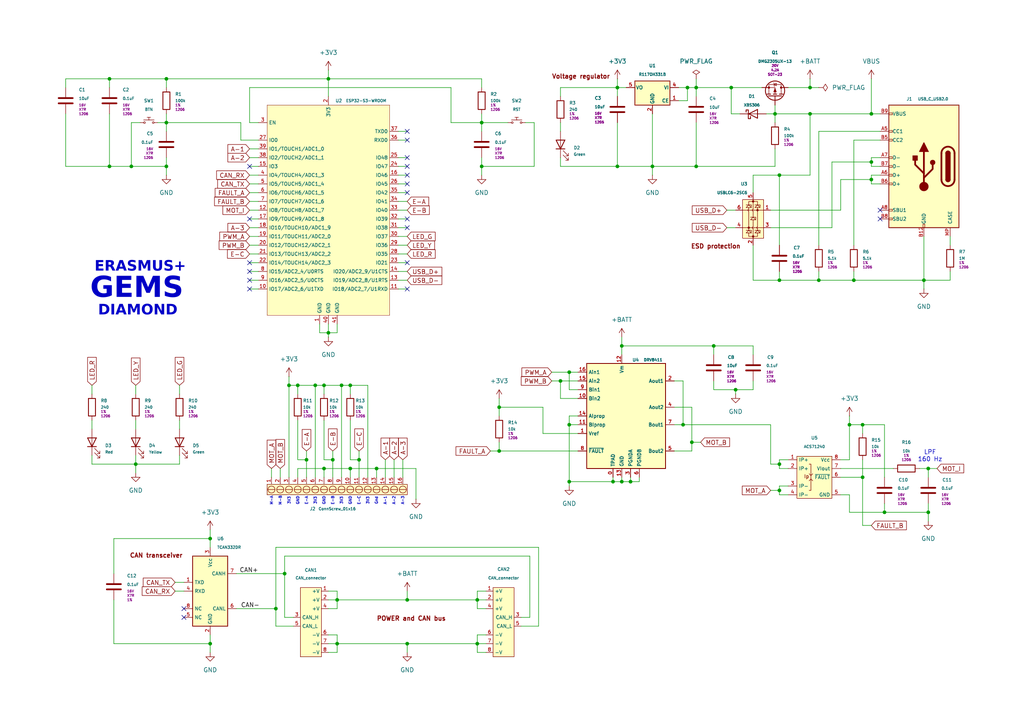
<source format=kicad_sch>
(kicad_sch (version 20231120) (generator "eeschema") (generator_version "8.0")
  (paper "A4")
  (title_block (title "DIAMOND") (date "2024-03-07") (rev "v0.2") (company "GEMS - Graceful Equalising of Mechatronics Students") (comment 2 "Contact: gasper.skulj@fs.uni-lj.si") (comment 3 "2022-1-SI01-KA220-HED-000087727") (comment 4 "Erasmus+ project KA2: Cooperation partnerships in higher education"))
  (junction (at 198.12 123.19))
  (junction (at 31.75 22.86))
  (junction (at 118.11 173.99))
  (junction (at 179.07 48.26))
  (junction (at 234.95 25.4))
  (junction (at 180.34 100.33))
  (junction (at 269.24 148.59))
  (junction (at 201.93 25.4))
  (junction (at 38.1 48.26))
  (junction (at 177.8 139.7))
  (junction (at 179.07 25.4))
  (junction (at 80.01 176.53))
  (junction (at 97.79 173.99))
  (junction (at 201.93 48.26))
  (junction (at 207.01 100.33))
  (junction (at 250.19 123.19))
  (junction (at 200.66 128.27))
  (junction (at 165.1 123.19))
  (junction (at 252.73 46.99))
  (junction (at 252.73 52.07))
  (junction (at 101.6 135.89))
  (junction (at 101.6 111.76))
  (junction (at 138.43 186.69))
  (junction (at 213.36 113.03))
  (junction (at 104.14 133.35))
  (junction (at 252.73 33.02))
  (junction (at 162.56 110.49))
  (junction (at 234.95 33.02))
  (junction (at 86.36 111.76))
  (junction (at 96.52 133.35))
  (junction (at 48.26 35.56))
  (junction (at 267.97 81.28))
  (junction (at 182.88 139.7))
  (junction (at 247.65 81.28))
  (junction (at 118.11 186.69))
  (junction (at 165.1 107.95))
  (junction (at 139.7 35.56))
  (junction (at 144.78 130.81))
  (junction (at 256.54 148.59))
  (junction (at 93.98 111.76))
  (junction (at 31.75 48.26))
  (junction (at 212.09 25.4))
  (junction (at 199.39 25.4))
  (junction (at 226.06 81.28))
  (junction (at 189.23 48.26))
  (junction (at 226.06 134.62))
  (junction (at 246.38 123.19))
  (junction (at 269.24 135.89))
  (junction (at 83.82 111.76))
  (junction (at 224.79 33.02))
  (junction (at 139.7 48.26))
  (junction (at 144.78 118.11))
  (junction (at 138.43 173.99))
  (junction (at 91.44 111.76))
  (junction (at 60.96 186.69))
  (junction (at 180.34 139.7))
  (junction (at 226.06 50.8))
  (junction (at 165.1 139.7))
  (junction (at 95.25 22.86))
  (junction (at 88.9 133.35))
  (junction (at 237.49 81.28))
  (junction (at 109.22 135.89))
  (junction (at 97.79 186.69))
  (junction (at 250.19 138.43))
  (junction (at 93.98 135.89))
  (junction (at 99.06 111.76))
  (junction (at 226.06 142.24))
  (junction (at 82.55 166.37))
  (junction (at 95.25 96.52))
  (junction (at 60.96 156.21))
  (junction (at 48.26 48.26))
  (junction (at 39.37 134.62))
  (junction (at 48.26 22.86))
  (no_connect (at 118.11 48.26))
  (no_connect (at 255.27 60.96))
  (no_connect (at 118.11 66.04))
  (no_connect (at 255.27 63.5))
  (no_connect (at 118.11 38.1))
  (no_connect (at 72.39 78.74))
  (no_connect (at 72.39 63.5))
  (no_connect (at 72.39 81.28))
  (no_connect (at 118.11 76.2))
  (no_connect (at 118.11 45.72))
  (no_connect (at 72.39 76.2))
  (no_connect (at 118.11 55.88))
  (no_connect (at 72.39 48.26))
  (no_connect (at 118.11 50.8))
  (no_connect (at 118.11 53.34))
  (no_connect (at 53.34 179.07))
  (no_connect (at 118.11 63.5))
  (no_connect (at 118.11 40.64))
  (no_connect (at 118.11 83.82))
  (no_connect (at 53.34 176.53))
  (no_connect (at 72.39 83.82))
  (wire (pts (xy 252.73 33.02) (xy 255.27 33.02)))
  (wire (pts (xy 101.6 111.76) (xy 101.6 114.3)))
  (wire (pts (xy 68.58 166.37) (xy 82.55 166.37)))
  (wire (pts (xy 167.64 130.81) (xy 144.78 130.81)))
  (wire (pts (xy 74.93 78.74) (xy 72.39 78.74)))
  (wire (pts (xy 181.61 25.4) (xy 179.07 25.4)))
  (wire (pts (xy 80.01 158.75) (xy 80.01 176.53)))
  (wire (pts (xy 179.07 35.56) (xy 179.07 48.26)))
  (wire (pts (xy 199.39 25.4) (xy 196.85 25.4)))
  (wire (pts (xy 95.25 186.69) (xy 97.79 186.69)))
  (wire (pts (xy 48.26 35.56) (xy 48.26 33.02)))
  (wire (pts (xy 214.63 33.02) (xy 212.09 33.02)))
  (wire (pts (xy 267.97 68.58) (xy 267.97 81.28)))
  (wire (pts (xy 130.81 25.4) (xy 130.81 35.56)))
  (wire (pts (xy 256.54 146.05) (xy 256.54 148.59)))
  (wire (pts (xy 72.39 53.34) (xy 74.93 53.34)))
  (wire (pts (xy 52.07 121.92) (xy 52.07 124.46)))
  (wire (pts (xy 74.93 83.82) (xy 72.39 83.82)))
  (wire (pts (xy 269.24 135.89) (xy 269.24 138.43)))
  (wire (pts (xy 156.21 181.61) (xy 156.21 158.75)))
  (wire (pts (xy 144.78 118.11) (xy 144.78 120.65)))
  (wire (pts (xy 212.09 25.4) (xy 220.98 25.4)))
  (wire (pts (xy 97.79 173.99) (xy 118.11 173.99)))
  (wire (pts (xy 151.13 179.07) (xy 153.67 179.07)))
  (wire (pts (xy 162.56 35.56) (xy 162.56 38.1)))
  (wire (pts (xy 226.06 81.28) (xy 218.44 81.28)))
  (wire (pts (xy 252.73 52.07) (xy 252.73 53.34)))
  (wire (pts (xy 115.57 66.04) (xy 118.11 66.04)))
  (wire (pts (xy 101.6 121.92) (xy 101.6 133.35)))
  (wire (pts (xy 115.57 53.34) (xy 118.11 53.34)))
  (wire (pts (xy 86.36 111.76) (xy 91.44 111.76)))
  (wire (pts (xy 212.09 25.4) (xy 212.09 33.02)))
  (wire (pts (xy 72.39 68.58) (xy 74.93 68.58)))
  (wire (pts (xy 109.22 135.89) (xy 120.65 135.89)))
  (wire (pts (xy 72.39 45.72) (xy 74.93 45.72)))
  (wire (pts (xy 243.84 52.07) (xy 252.73 52.07)))
  (wire (pts (xy 250.19 138.43) (xy 250.19 133.35)))
  (wire (pts (xy 243.84 60.96) (xy 223.52 60.96)))
  (wire (pts (xy 246.38 133.35) (xy 246.38 123.19)))
  (wire (pts (xy 111.76 133.35) (xy 111.76 138.43)))
  (wire (pts (xy 224.79 48.26) (xy 201.93 48.26)))
  (wire (pts (xy 269.24 146.05) (xy 269.24 148.59)))
  (wire (pts (xy 162.56 110.49) (xy 167.64 110.49)))
  (wire (pts (xy 226.06 140.97) (xy 226.06 142.24)))
  (wire (pts (xy 93.98 121.92) (xy 93.98 133.35)))
  (wire (pts (xy 207.01 110.49) (xy 207.01 113.03)))
  (wire (pts (xy 93.98 135.89) (xy 93.98 138.43)))
  (wire (pts (xy 93.98 135.89) (xy 101.6 135.89)))
  (wire (pts (xy 218.44 113.03) (xy 218.44 110.49)))
  (wire (pts (xy 243.84 138.43) (xy 250.19 138.43)))
  (wire (pts (xy 138.43 189.23) (xy 140.97 189.23)))
  (wire (pts (xy 139.7 35.56) (xy 147.32 35.56)))
  (wire (pts (xy 243.84 135.89) (xy 259.08 135.89)))
  (wire (pts (xy 19.05 33.02) (xy 19.05 48.26)))
  (wire (pts (xy 165.1 120.65) (xy 165.1 123.19)))
  (wire (pts (xy 19.05 22.86) (xy 31.75 22.86)))
  (wire (pts (xy 31.75 33.02) (xy 31.75 48.26)))
  (wire (pts (xy 88.9 133.35) (xy 88.9 138.43)))
  (wire (pts (xy 180.34 100.33) (xy 207.01 100.33)))
  (wire (pts (xy 93.98 133.35) (xy 96.52 133.35)))
  (wire (pts (xy 269.24 135.89) (xy 271.78 135.89)))
  (wire (pts (xy 269.24 148.59) (xy 269.24 151.13)))
  (wire (pts (xy 218.44 100.33) (xy 218.44 102.87)))
  (wire (pts (xy 99.06 111.76) (xy 101.6 111.76)))
  (wire (pts (xy 115.57 81.28) (xy 118.11 81.28)))
  (wire (pts (xy 222.25 33.02) (xy 224.79 33.02)))
  (wire (pts (xy 95.25 171.45) (xy 97.79 171.45)))
  (wire (pts (xy 200.66 118.11) (xy 200.66 128.27)))
  (wire (pts (xy 139.7 22.86) (xy 139.7 25.4)))
  (wire (pts (xy 218.44 50.8) (xy 218.44 55.88)))
  (wire (pts (xy 101.6 135.89) (xy 101.6 138.43)))
  (wire (pts (xy 95.25 22.86) (xy 139.7 22.86)))
  (wire (pts (xy 115.57 83.82) (xy 118.11 83.82)))
  (wire (pts (xy 162.56 115.57) (xy 162.56 110.49)))
  (wire (pts (xy 74.93 60.96) (xy 72.39 60.96)))
  (wire (pts (xy 195.58 118.11) (xy 200.66 118.11)))
  (wire (pts (xy 140.97 184.15) (xy 138.43 184.15)))
  (wire (pts (xy 118.11 71.12) (xy 115.57 71.12)))
  (wire (pts (xy 224.79 33.02) (xy 224.79 35.56)))
  (wire (pts (xy 82.55 161.29) (xy 153.67 161.29)))
  (wire (pts (xy 72.39 63.5) (xy 74.93 63.5)))
  (wire (pts (xy 180.34 97.79) (xy 180.34 100.33)))
  (wire (pts (xy 252.73 53.34) (xy 255.27 53.34)))
  (wire (pts (xy 92.71 96.52) (xy 95.25 96.52)))
  (wire (pts (xy 104.14 133.35) (xy 104.14 138.43)))
  (wire (pts (xy 256.54 148.59) (xy 269.24 148.59)))
  (wire (pts (xy 165.1 123.19) (xy 167.64 123.19)))
  (wire (pts (xy 60.96 186.69) (xy 60.96 189.23)))
  (wire (pts (xy 142.24 130.81) (xy 144.78 130.81)))
  (wire (pts (xy 118.11 189.23) (xy 118.11 186.69)))
  (wire (pts (xy 201.93 25.4) (xy 199.39 25.4)))
  (wire (pts (xy 97.79 173.99) (xy 95.25 173.99)))
  (wire (pts (xy 74.93 55.88) (xy 72.39 55.88)))
  (wire (pts (xy 237.49 38.1) (xy 237.49 71.12)))
  (wire (pts (xy 252.73 50.8) (xy 252.73 52.07)))
  (wire (pts (xy 82.55 161.29) (xy 82.55 166.37)))
  (wire (pts (xy 38.1 35.56) (xy 38.1 48.26)))
  (wire (pts (xy 74.93 35.56) (xy 72.39 35.56)))
  (wire (pts (xy 246.38 143.51) (xy 243.84 143.51)))
  (wire (pts (xy 99.06 111.76) (xy 99.06 138.43)))
  (wire (pts (xy 167.64 113.03) (xy 165.1 113.03)))
  (wire (pts (xy 97.79 96.52) (xy 97.79 93.98)))
  (wire (pts (xy 228.6 133.35) (xy 226.06 133.35)))
  (wire (pts (xy 246.38 148.59) (xy 256.54 148.59)))
  (wire (pts (xy 82.55 166.37) (xy 82.55 179.07)))
  (wire (pts (xy 160.02 110.49) (xy 162.56 110.49)))
  (wire (pts (xy 165.1 139.7) (xy 165.1 140.97)))
  (wire (pts (xy 50.8 171.45) (xy 53.34 171.45)))
  (wire (pts (xy 118.11 171.45) (xy 118.11 173.99)))
  (wire (pts (xy 165.1 123.19) (xy 165.1 139.7)))
  (wire (pts (xy 207.01 100.33) (xy 207.01 102.87)))
  (wire (pts (xy 86.36 111.76) (xy 86.36 114.3)))
  (wire (pts (xy 246.38 120.65) (xy 246.38 123.19)))
  (wire (pts (xy 72.39 25.4) (xy 130.81 25.4)))
  (wire (pts (xy 213.36 113.03) (xy 213.36 114.3)))
  (wire (pts (xy 80.01 176.53) (xy 80.01 181.61)))
  (wire (pts (xy 91.44 111.76) (xy 93.98 111.76)))
  (wire (pts (xy 115.57 78.74) (xy 118.11 78.74)))
  (wire (pts (xy 118.11 186.69) (xy 138.43 186.69)))
  (wire (pts (xy 33.02 173.99) (xy 33.02 186.69)))
  (wire (pts (xy 144.78 130.81) (xy 144.78 128.27)))
  (wire (pts (xy 118.11 73.66) (xy 115.57 73.66)))
  (wire (pts (xy 226.06 134.62) (xy 226.06 135.89)))
  (wire (pts (xy 101.6 133.35) (xy 104.14 133.35)))
  (wire (pts (xy 82.55 179.07) (xy 85.09 179.07)))
  (wire (pts (xy 60.96 184.15) (xy 60.96 186.69)))
  (wire (pts (xy 246.38 148.59) (xy 246.38 143.51)))
  (wire (pts (xy 234.95 25.4) (xy 237.49 25.4)))
  (wire (pts (xy 104.14 133.35) (xy 104.14 130.81)))
  (wire (pts (xy 162.56 48.26) (xy 179.07 48.26)))
  (wire (pts (xy 182.88 139.7) (xy 185.42 139.7)))
  (wire (pts (xy 130.81 35.56) (xy 139.7 35.56)))
  (wire (pts (xy 78.74 135.89) (xy 78.74 138.43)))
  (wire (pts (xy 31.75 25.4) (xy 31.75 22.86)))
  (wire (pts (xy 74.93 58.42) (xy 72.39 58.42)))
  (wire (pts (xy 96.52 133.35) (xy 96.52 130.81)))
  (wire (pts (xy 115.57 40.64) (xy 118.11 40.64)))
  (wire (pts (xy 74.93 76.2) (xy 72.39 76.2)))
  (wire (pts (xy 115.57 55.88) (xy 118.11 55.88)))
  (wire (pts (xy 33.02 156.21) (xy 33.02 166.37)))
  (wire (pts (xy 118.11 68.58) (xy 115.57 68.58)))
  (wire (pts (xy 19.05 25.4) (xy 19.05 22.86)))
  (wire (pts (xy 115.57 63.5) (xy 118.11 63.5)))
  (wire (pts (xy 26.67 121.92) (xy 26.67 124.46)))
  (wire (pts (xy 224.79 30.48) (xy 224.79 33.02)))
  (wire (pts (xy 39.37 111.76) (xy 39.37 114.3)))
  (wire (pts (xy 139.7 45.72) (xy 139.7 48.26)))
  (wire (pts (xy 97.79 186.69) (xy 118.11 186.69)))
  (wire (pts (xy 234.95 33.02) (xy 252.73 33.02)))
  (wire (pts (xy 95.25 176.53) (xy 97.79 176.53)))
  (wire (pts (xy 48.26 22.86) (xy 95.25 22.86)))
  (wire (pts (xy 165.1 120.65) (xy 167.64 120.65)))
  (wire (pts (xy 95.25 20.32) (xy 95.25 22.86)))
  (wire (pts (xy 226.06 143.51) (xy 228.6 143.51)))
  (wire (pts (xy 247.65 81.28) (xy 267.97 81.28)))
  (wire (pts (xy 115.57 76.2) (xy 118.11 76.2)))
  (wire (pts (xy 207.01 100.33) (xy 218.44 100.33)))
  (wire (pts (xy 48.26 45.72) (xy 48.26 48.26)))
  (wire (pts (xy 101.6 135.89) (xy 109.22 135.89)))
  (wire (pts (xy 48.26 35.56) (xy 48.26 38.1)))
  (wire (pts (xy 39.37 134.62) (xy 52.07 134.62)))
  (wire (pts (xy 39.37 134.62) (xy 39.37 137.16)))
  (wire (pts (xy 180.34 100.33) (xy 180.34 102.87)))
  (wire (pts (xy 139.7 35.56) (xy 139.7 38.1)))
  (wire (pts (xy 250.19 152.4) (xy 252.73 152.4)))
  (wire (pts (xy 237.49 78.74) (xy 237.49 81.28)))
  (wire (pts (xy 97.79 176.53) (xy 97.79 173.99)))
  (wire (pts (xy 138.43 171.45) (xy 138.43 173.99)))
  (wire (pts (xy 250.19 123.19) (xy 250.19 125.73)))
  (wire (pts (xy 39.37 121.92) (xy 39.37 124.46)))
  (wire (pts (xy 93.98 111.76) (xy 99.06 111.76)))
  (wire (pts (xy 60.96 156.21) (xy 60.96 158.75)))
  (wire (pts (xy 60.96 153.67) (xy 60.96 156.21)))
  (wire (pts (xy 26.67 111.76) (xy 26.67 114.3)))
  (wire (pts (xy 101.6 111.76) (xy 106.68 111.76)))
  (wire (pts (xy 226.06 50.8) (xy 226.06 71.12)))
  (wire (pts (xy 96.52 133.35) (xy 96.52 138.43)))
  (wire (pts (xy 201.93 22.86) (xy 201.93 25.4)))
  (wire (pts (xy 140.97 173.99) (xy 138.43 173.99)))
  (wire (pts (xy 88.9 133.35) (xy 88.9 130.81)))
  (wire (pts (xy 116.84 133.35) (xy 116.84 138.43)))
  (wire (pts (xy 189.23 48.26) (xy 201.93 48.26)))
  (wire (pts (xy 33.02 156.21) (xy 60.96 156.21)))
  (wire (pts (xy 83.82 109.22) (xy 83.82 111.76)))
  (wire (pts (xy 189.23 48.26) (xy 179.07 48.26)))
  (wire (pts (xy 74.93 48.26) (xy 72.39 48.26)))
  (wire (pts (xy 86.36 121.92) (xy 86.36 133.35)))
  (wire (pts (xy 201.93 25.4) (xy 212.09 25.4)))
  (wire (pts (xy 72.39 71.12) (xy 74.93 71.12)))
  (wire (pts (xy 201.93 35.56) (xy 201.93 48.26)))
  (wire (pts (xy 228.6 25.4) (xy 234.95 25.4)))
  (wire (pts (xy 91.44 111.76) (xy 91.44 138.43)))
  (wire (pts (xy 139.7 48.26) (xy 139.7 50.8)))
  (wire (pts (xy 226.06 78.74) (xy 226.06 81.28)))
  (wire (pts (xy 252.73 45.72) (xy 255.27 45.72)))
  (wire (pts (xy 140.97 171.45) (xy 138.43 171.45)))
  (wire (pts (xy 138.43 176.53) (xy 140.97 176.53)))
  (wire (pts (xy 246.38 123.19) (xy 250.19 123.19)))
  (wire (pts (xy 267.97 81.28) (xy 275.59 81.28)))
  (wire (pts (xy 177.8 138.43) (xy 177.8 139.7)))
  (wire (pts (xy 195.58 123.19) (xy 198.12 123.19)))
  (wire (pts (xy 95.25 22.86) (xy 95.25 27.94)))
  (wire (pts (xy 223.52 123.19) (xy 223.52 134.62)))
  (wire (pts (xy 157.48 125.73) (xy 167.64 125.73)))
  (wire (pts (xy 52.07 132.08) (xy 52.07 134.62)))
  (wire (pts (xy 252.73 22.86) (xy 252.73 33.02)))
  (wire (pts (xy 72.39 43.18) (xy 74.93 43.18)))
  (wire (pts (xy 255.27 48.26) (xy 252.73 48.26)))
  (wire (pts (xy 223.52 134.62) (xy 226.06 134.62)))
  (wire (pts (xy 118.11 60.96) (xy 115.57 60.96)))
  (wire (pts (xy 81.28 135.89) (xy 81.28 138.43)))
  (wire (pts (xy 109.22 135.89) (xy 109.22 138.43)))
  (wire (pts (xy 226.06 81.28) (xy 237.49 81.28)))
  (wire (pts (xy 241.3 46.99) (xy 241.3 66.04)))
  (wire (pts (xy 97.79 186.69) (xy 97.79 189.23)))
  (wire (pts (xy 95.25 96.52) (xy 95.25 97.79)))
  (wire (pts (xy 68.58 176.53) (xy 80.01 176.53)))
  (wire (pts (xy 252.73 46.99) (xy 252.73 45.72)))
  (wire (pts (xy 179.07 25.4) (xy 179.07 27.94)))
  (wire (pts (xy 139.7 35.56) (xy 139.7 33.02)))
  (wire (pts (xy 157.48 118.11) (xy 157.48 125.73)))
  (wire (pts (xy 226.06 142.24) (xy 226.06 143.51)))
  (wire (pts (xy 247.65 40.64) (xy 255.27 40.64)))
  (wire (pts (xy 234.95 25.4) (xy 234.95 22.86)))
  (wire (pts (xy 224.79 43.18) (xy 224.79 48.26)))
  (wire (pts (xy 40.64 35.56) (xy 38.1 35.56)))
  (wire (pts (xy 224.79 33.02) (xy 234.95 33.02)))
  (wire (pts (xy 118.11 173.99) (xy 138.43 173.99)))
  (wire (pts (xy 200.66 128.27) (xy 200.66 130.81)))
  (wire (pts (xy 69.85 40.64) (xy 74.93 40.64)))
  (wire (pts (xy 160.02 107.95) (xy 165.1 107.95)))
  (wire (pts (xy 218.44 81.28) (xy 218.44 71.12)))
  (wire (pts (xy 151.13 181.61) (xy 156.21 181.61)))
  (wire (pts (xy 200.66 128.27) (xy 203.2 128.27)))
  (wire (pts (xy 115.57 48.26) (xy 118.11 48.26)))
  (wire (pts (xy 180.34 139.7) (xy 180.34 138.43)))
  (wire (pts (xy 86.36 138.43) (xy 86.36 135.89)))
  (wire (pts (xy 275.59 68.58) (xy 275.59 71.12)))
  (wire (pts (xy 74.93 81.28) (xy 72.39 81.28)))
  (wire (pts (xy 152.4 35.56) (xy 154.94 35.56)))
  (wire (pts (xy 114.3 133.35) (xy 114.3 138.43)))
  (wire (pts (xy 210.82 60.96) (xy 213.36 60.96)))
  (wire (pts (xy 207.01 113.03) (xy 213.36 113.03)))
  (wire (pts (xy 228.6 140.97) (xy 226.06 140.97)))
  (wire (pts (xy 95.25 93.98) (xy 95.25 96.52)))
  (wire (pts (xy 165.1 139.7) (xy 177.8 139.7)))
  (wire (pts (xy 177.8 139.7) (xy 180.34 139.7)))
  (wire (pts (xy 97.79 184.15) (xy 97.79 186.69)))
  (wire (pts (xy 154.94 35.56) (xy 154.94 48.26)))
  (wire (pts (xy 250.19 123.19) (xy 256.54 123.19)))
  (wire (pts (xy 237.49 81.28) (xy 247.65 81.28)))
  (wire (pts (xy 226.06 50.8) (xy 218.44 50.8)))
  (wire (pts (xy 182.88 138.43) (xy 182.88 139.7)))
  (wire (pts (xy 247.65 40.64) (xy 247.65 71.12)))
  (wire (pts (xy 213.36 113.03) (xy 218.44 113.03)))
  (wire (pts (xy 115.57 38.1) (xy 118.11 38.1)))
  (wire (pts (xy 72.39 50.8) (xy 74.93 50.8)))
  (wire (pts (xy 86.36 135.89) (xy 93.98 135.89)))
  (wire (pts (xy 241.3 46.99) (xy 252.73 46.99)))
  (wire (pts (xy 106.68 111.76) (xy 106.68 138.43)))
  (wire (pts (xy 201.93 27.94) (xy 201.93 25.4)))
  (wire (pts (xy 234.95 33.02) (xy 234.95 50.8)))
  (wire (pts (xy 256.54 123.19) (xy 256.54 138.43)))
  (wire (pts (xy 162.56 45.72) (xy 162.56 48.26)))
  (wire (pts (xy 226.06 135.89) (xy 228.6 135.89)))
  (wire (pts (xy 138.43 184.15) (xy 138.43 186.69)))
  (wire (pts (xy 48.26 22.86) (xy 48.26 25.4)))
  (wire (pts (xy 52.07 111.76) (xy 52.07 114.3)))
  (wire (pts (xy 31.75 48.26) (xy 38.1 48.26)))
  (wire (pts (xy 95.25 184.15) (xy 97.79 184.15)))
  (wire (pts (xy 97.79 171.45) (xy 97.79 173.99)))
  (wire (pts (xy 252.73 48.26) (xy 252.73 46.99)))
  (wire (pts (xy 50.8 168.91) (xy 53.34 168.91)))
  (wire (pts (xy 48.26 35.56) (xy 69.85 35.56)))
  (wire (pts (xy 83.82 138.43) (xy 83.82 111.76)))
  (wire (pts (xy 86.36 133.35) (xy 88.9 133.35)))
  (wire (pts (xy 198.12 110.49) (xy 198.12 123.19)))
  (wire (pts (xy 26.67 134.62) (xy 39.37 134.62)))
  (wire (pts (xy 189.23 33.02) (xy 189.23 48.26)))
  (wire (pts (xy 165.1 107.95) (xy 167.64 107.95)))
  (wire (pts (xy 33.02 186.69) (xy 60.96 186.69)))
  (wire (pts (xy 120.65 135.89) (xy 120.65 144.78)))
  (wire (pts (xy 144.78 118.11) (xy 157.48 118.11)))
  (wire (pts (xy 19.05 48.26) (xy 31.75 48.26)))
  (wire (pts (xy 179.07 22.86) (xy 179.07 25.4)))
  (wire (pts (xy 226.06 50.8) (xy 234.95 50.8)))
  (wire (pts (xy 95.25 96.52) (xy 97.79 96.52)))
  (wire (pts (xy 162.56 25.4) (xy 162.56 27.94)))
  (wire (pts (xy 39.37 132.08) (xy 39.37 134.62)))
  (wire (pts (xy 250.19 138.43) (xy 250.19 152.4)))
  (wire (pts (xy 26.67 132.08) (xy 26.67 134.62)))
  (wire (pts (xy 243.84 52.07) (xy 243.84 60.96)))
  (wire (pts (xy 118.11 58.42) (xy 115.57 58.42)))
  (wire (pts (xy 95.25 189.23) (xy 97.79 189.23)))
  (wire (pts (xy 247.65 81.28) (xy 247.65 78.74)))
  (wire (pts (xy 199.39 25.4) (xy 199.39 29.21)))
  (wire (pts (xy 115.57 50.8) (xy 118.11 50.8)))
  (wire (pts (xy 138.43 173.99) (xy 138.43 176.53)))
  (wire (pts (xy 199.39 29.21) (xy 196.85 29.21)))
  (wire (pts (xy 255.27 50.8) (xy 252.73 50.8)))
  (wire (pts (xy 38.1 48.26) (xy 48.26 48.26)))
  (wire (pts (xy 144.78 115.57) (xy 144.78 118.11)))
  (wire (pts (xy 198.12 123.19) (xy 223.52 123.19)))
  (wire (pts (xy 179.07 25.4) (xy 162.56 25.4)))
  (wire (pts (xy 180.34 139.7) (xy 182.88 139.7)))
  (wire (pts (xy 80.01 181.61) (xy 85.09 181.61)))
  (wire (pts (xy 189.23 48.26) (xy 189.23 50.8)))
  (wire (pts (xy 72.39 66.04) (xy 74.93 66.04)))
  (wire (pts (xy 48.26 48.26) (xy 48.26 50.8)))
  (wire (pts (xy 154.94 48.26) (xy 139.7 48.26)))
  (wire (pts (xy 237.49 38.1) (xy 255.27 38.1)))
  (wire (pts (xy 195.58 110.49) (xy 198.12 110.49)))
  (wire (pts (xy 210.82 66.04) (xy 213.36 66.04)))
  (wire (pts (xy 115.57 45.72) (xy 118.11 45.72)))
  (wire (pts (xy 226.06 133.35) (xy 226.06 134.62)))
  (wire (pts (xy 92.71 93.98) (xy 92.71 96.52)))
  (wire (pts (xy 241.3 66.04) (xy 223.52 66.04)))
  (wire (pts (xy 153.67 161.29) (xy 153.67 179.07)))
  (wire (pts (xy 267.97 81.28) (xy 267.97 83.82)))
  (wire (pts (xy 138.43 186.69) (xy 140.97 186.69)))
  (wire (pts (xy 200.66 130.81) (xy 195.58 130.81)))
  (wire (pts (xy 31.75 22.86) (xy 48.26 22.86)))
  (wire (pts (xy 243.84 133.35) (xy 246.38 133.35)))
  (wire (pts (xy 69.85 35.56) (xy 69.85 40.64)))
  (wire (pts (xy 138.43 186.69) (xy 138.43 189.23)))
  (wire (pts (xy 185.42 138.43) (xy 185.42 139.7)))
  (wire (pts (xy 275.59 78.74) (xy 275.59 81.28)))
  (wire (pts (xy 45.72 35.56) (xy 48.26 35.56)))
  (wire (pts (xy 83.82 111.76) (xy 86.36 111.76)))
  (wire (pts (xy 72.39 35.56) (xy 72.39 25.4)))
  (wire (pts (xy 93.98 111.76) (xy 93.98 114.3)))
  (wire (pts (xy 266.7 135.89) (xy 269.24 135.89)))
  (wire (pts (xy 223.52 142.24) (xy 226.06 142.24)))
  (wire (pts (xy 165.1 113.03) (xy 165.1 107.95)))
  (wire (pts (xy 72.39 73.66) (xy 74.93 73.66)))
  (wire (pts (xy 167.64 115.57) (xy 162.56 115.57)))
  (wire (pts (xy 80.01 158.75) (xy 156.21 158.75)))
  (text "ESD protection\n" (at 214.884 72.39 0) (effects (font (size 1.27 1.27) (thickness 0.254) (bold yes)) (justify right bottom)))
  (text "LPF\n160 Hz" (at 269.748 132.334 0) (effects (font (size 1.27 1.27))))
  (text "CAN transceiver" (at 37.592 162.052 0) (effects (font (size 1.27 1.27) (thickness 0.254) (bold yes)) (justify left bottom)))
  (text "M-A\n\nM-B\n\n3V3\n\nGND\n\nE-A\n\n3V3\n\nGND\n\nE-B\n\n3V3\n\nGND\n\nE-C\n\n3V3\n\nGnd\n\nA-1\n\nA-2\n\nA-3" (at 97.79 145.288 90) (effects (font (size 0.7874 0.7874))))
  (text "ERASMUS+" (at 27.432 80.01 0) (effects (font (size 3 3) (thickness 0.254) (bold yes)) (justify left bottom)))
  (text "POWER and CAN bus" (at 109.22 180.34 0) (effects (font (size 1.27 1.27) (thickness 0.254) (bold yes)) (justify left bottom)))
  (text "DIAMOND\n" (at 28.448 92.71 0) (effects (font (size 3 3) (thickness 0.254) (bold yes)) (justify left bottom)))
  (text "GEMS" (at 26.162 88.9 0) (effects (font (size 6 6) (bold yes)) (justify left bottom)))
  (text "Voltage regulator" (at 160.02 23.114 0) (effects (font (size 1.27 1.27) (thickness 0.254) (bold yes)) (justify left bottom)))
  (label "CAN+" (at 74.93 166.37 180))
  (label "CAN-" (at 69.85 176.53 0))
  (global_label "E-C" (shape input) (at 104.14 130.81 90) (property "Intersheetrefs" "${INTERSHEET_REFS}" (effects (hide yes))))
  (global_label "A-1" (shape input) (at 111.76 133.35 90) (property "Intersheetrefs" "${INTERSHEET_REFS}" (effects (hide yes))))
  (global_label "MOT_B" (shape input) (at 203.2 128.27 0) (property "Intersheetrefs" "${INTERSHEET_REFS}" (effects (hide yes))))
  (global_label "LED_G" (shape input) (at 52.07 111.76 90) (property "Intersheetrefs" "${INTERSHEET_REFS}" (effects (hide yes))))
  (global_label "PWM_B" (shape input) (at 72.39 71.12 180) (property "Intersheetrefs" "${INTERSHEET_REFS}" (effects (hide yes))))
  (global_label "E-B" (shape input) (at 118.11 60.96 0) (property "Intersheetrefs" "${INTERSHEET_REFS}" (effects (hide yes))))
  (global_label "PWM_A" (shape input) (at 72.39 68.58 180) (property "Intersheetrefs" "${INTERSHEET_REFS}" (effects (hide yes))))
  (global_label "FAULT_A" (shape input) (at 72.39 55.88 180) (property "Intersheetrefs" "${INTERSHEET_REFS}" (effects (hide yes))))
  (global_label "LED_G" (shape input) (at 118.11 68.58 0) (property "Intersheetrefs" "${INTERSHEET_REFS}" (effects (hide yes))))
  (global_label "MOT_I" (shape input) (at 72.39 60.96 180) (property "Intersheetrefs" "${INTERSHEET_REFS}" (effects (hide yes))))
  (global_label "A-2" (shape input) (at 114.3 133.35 90) (property "Intersheetrefs" "${INTERSHEET_REFS}" (effects (hide yes))))
  (global_label "CAN_TX" (shape input) (at 72.39 53.34 180) (property "Intersheetrefs" "${INTERSHEET_REFS}" (effects (hide yes))))
  (global_label "FAULT_B" (shape input) (at 72.39 58.42 180) (property "Intersheetrefs" "${INTERSHEET_REFS}" (effects (hide yes))))
  (global_label "PWM_B" (shape input) (at 160.02 110.49 180) (property "Intersheetrefs" "${INTERSHEET_REFS}" (effects (hide yes))))
  (global_label "E-A" (shape input) (at 88.9 130.81 90) (property "Intersheetrefs" "${INTERSHEET_REFS}" (effects (hide yes))))
  (global_label "LED_R" (shape input) (at 118.11 73.66 0) (property "Intersheetrefs" "${INTERSHEET_REFS}" (effects (hide yes))))
  (global_label "CAN_RX" (shape input) (at 50.8 171.45 180) (property "Intersheetrefs" "${INTERSHEET_REFS}" (effects (hide yes))))
  (global_label "FAULT_A" (shape input) (at 142.24 130.81 180) (property "Intersheetrefs" "${INTERSHEET_REFS}" (effects (hide yes))))
  (global_label "PWM_A" (shape input) (at 160.02 107.95 180) (property "Intersheetrefs" "${INTERSHEET_REFS}" (effects (hide yes))))
  (global_label "LED_Y" (shape input) (at 118.11 71.12 0) (property "Intersheetrefs" "${INTERSHEET_REFS}" (effects (hide yes))))
  (global_label "E-A" (shape input) (at 118.11 58.42 0) (property "Intersheetrefs" "${INTERSHEET_REFS}" (effects (hide yes))))
  (global_label "E-C" (shape input) (at 72.39 73.66 180) (property "Intersheetrefs" "${INTERSHEET_REFS}" (effects (hide yes))))
  (global_label "LED_Y" (shape input) (at 39.37 111.76 90) (property "Intersheetrefs" "${INTERSHEET_REFS}" (effects (hide yes))))
  (global_label "USB_D-" (shape input) (at 118.11 81.28 0) (property "Intersheetrefs" "${INTERSHEET_REFS}" (effects (hide yes))))
  (global_label "FAULT_B" (shape input) (at 252.73 152.4 0) (property "Intersheetrefs" "${INTERSHEET_REFS}" (effects (hide yes))))
  (global_label "A-3" (shape input) (at 116.84 133.35 90) (property "Intersheetrefs" "${INTERSHEET_REFS}" (effects (hide yes))))
  (global_label "MOT_I" (shape input) (at 271.78 135.89 0) (property "Intersheetrefs" "${INTERSHEET_REFS}" (effects (hide yes))))
  (global_label "A-3" (shape input) (at 72.39 66.04 180) (property "Intersheetrefs" "${INTERSHEET_REFS}" (effects (hide yes))))
  (global_label "USB_D+" (shape input) (at 210.82 60.96 180) (property "Intersheetrefs" "${INTERSHEET_REFS}" (effects (hide yes))))
  (global_label "USB_D-" (shape input) (at 210.82 66.04 180) (property "Intersheetrefs" "${INTERSHEET_REFS}" (effects (hide yes))))
  (global_label "MOT_A" (shape input) (at 223.52 142.24 180) (property "Intersheetrefs" "${INTERSHEET_REFS}" (effects (hide yes))))
  (global_label "MOT_A" (shape input) (at 78.74 135.89 90) (property "Intersheetrefs" "${INTERSHEET_REFS}" (effects (hide yes))))
  (global_label "CAN_RX" (shape input) (at 72.39 50.8 180) (property "Intersheetrefs" "${INTERSHEET_REFS}" (effects (hide yes))))
  (global_label "MOT_B" (shape input) (at 81.28 135.89 90) (property "Intersheetrefs" "${INTERSHEET_REFS}" (effects (hide yes))))
  (global_label "E-B" (shape input) (at 96.52 130.81 90) (property "Intersheetrefs" "${INTERSHEET_REFS}" (effects (hide yes))))
  (global_label "CAN_TX" (shape input) (at 50.8 168.91 180) (property "Intersheetrefs" "${INTERSHEET_REFS}" (effects (hide yes))))
  (global_label "LED_R" (shape input) (at 26.67 111.76 90) (property "Intersheetrefs" "${INTERSHEET_REFS}" (effects (hide yes))))
  (global_label "USB_D+" (shape input) (at 118.11 78.74 0) (property "Intersheetrefs" "${INTERSHEET_REFS}" (effects (hide yes))))
  (global_label "A-1" (shape input) (at 72.39 43.18 180) (property "Intersheetrefs" "${INTERSHEET_REFS}" (effects (hide yes))))
  (global_label "A-2" (shape input) (at 72.39 45.72 180) (property "Intersheetrefs" "${INTERSHEET_REFS}" (effects (hide yes))))
  (symbol (lib_id "GEMS_library:Resistor") (at 250.19 129.54 180) (unit 1)
    (property "Reference" "R15" (at 252.73 127.635 0) (effects (font (size 0.889 0.889)) (justify right)))
    (property "Value" "10k" (at 252.73 129.54 0) (effects (font (size 0.7874 0.7874)) (justify right)))
    (property "Footprint" "GEMS_library:R_1206_(3216)" (effects (hide yes)))
    (property "Description" "Resistor" (effects (hide yes)))
    (property "Tolerance" "1%" (at 252.73 130.8099 0) (effects (font (size 0.7112 0.7112)) (justify right)))
    (property "Case" "1206" (at 252.73 132.0799 0) (effects (font (size 0.7112 0.7112)) (justify right)))
  )
  (symbol (lib_id "power:GND") (at 213.36 114.3 0) (unit 1)
    (property "Reference" "#PWR012" (effects (hide yes)))
    (property "Value" "GND" (at 213.36 119.38 0))
    (property "Description" "Power symbol creates a global label with name \"GND\" , ground" (effects (hide yes)))
  )
  (symbol (lib_id "GEMS_library:SW_Push_NO") (at 43.18 35.56 0) (unit 1)
    (property "Reference" "SW1" (at 43.18 29.21 0) (effects (font (size 0.9 0.9))))
    (property "Value" "BTN" (at 43.18 31.75 0) (effects (font (size 0.8 0.8))))
    (property "Footprint" "GEMS_library:SW_PUSH_6mm_SMD" (effects (hide yes)))
    (property "Datasheet" "https://www.ckswitches.com/media/1471/pts645.pdf" (effects (hide yes)))
    (property "Description" "Push button switch, generic, two pins" (effects (hide yes)))
  )
  (symbol (lib_id "GEMS_library:Capacitor") (at 269.24 142.24 0) (unit 1)
    (property "Reference" "C11" (at 273.304 139.192 0) (effects (font (size 0.9 0.9)) (justify left)))
    (property "Value" "0.1uF" (at 273.05 141.605 0) (effects (font (size 0.8 0.8)) (justify left)))
    (property "Footprint" "GEMS_library:C_1206_(3216)" (effects (hide yes)))
    (property "Description" "Unpolarized capacitor" (effects (hide yes)))
    (property "Voltage" "16V" (at 273.05 143.51 0) (effects (font (size 0.7 0.7)) (justify left)))
    (property "Tolerance" "X7R" (at 273.05 144.78 0) (effects (font (size 0.7 0.7)) (justify left)))
    (property "Case" "1206" (at 273.05 146.05 0) (effects (font (size 0.7 0.7)) (justify left)))
  )
  (symbol (lib_id "GEMS_library:Capacitor") (at 48.26 41.91 0) (mirror y) (unit 1)
    (property "Reference" "C5" (at 44.45 38.735 0) (effects (font (size 0.9 0.9)) (justify left)))
    (property "Value" "0.1uF" (at 44.45 41.275 0) (effects (font (size 0.8 0.8)) (justify left)))
    (property "Footprint" "GEMS_library:C_1206_(3216)" (effects (hide yes)))
    (property "Description" "Unpolarized capacitor" (effects (hide yes)))
    (property "Voltage" "16V" (at 44.45 43.18 0) (effects (font (size 0.7 0.7)) (justify left)))
    (property "Tolerance" "X7R" (at 44.45 44.45 0) (effects (font (size 0.7 0.7)) (justify left)))
    (property "Case" "1206" (at 44.45 45.72 0) (effects (font (size 0.7 0.7)) (justify left)))
  )
  (symbol (lib_id "power:GND") (at 165.1 140.97 0) (unit 1)
    (property "Reference" "#PWR016" (effects (hide yes)))
    (property "Value" "GND" (at 165.1 146.05 0))
    (property "Description" "Power symbol creates a global label with name \"GND\" , ground" (effects (hide yes)))
  )
  (symbol (lib_id "GEMS_library:ESP32-S3-WROOM") (at 95.25 58.42 0) (unit 1)
    (property "Reference" "U2" (at 97.282 29.21 0) (effects (font (size 0.9 0.9)) (justify left)))
    (property "Value" "ESP32-S3-WROOM" (at 100.33 29.21 0) (effects (font (size 0.8 0.8)) (justify left)))
    (property "Footprint" "GEMS_library:ESP32-S3-WROOM" (effects (hide yes)))
    (property "Datasheet" "https://www.espressif.com/sites/default/files/documentation/esp32-s3-wroom-1_wroom-1u_datasheet_en.pdf" (effects (hide yes)))
    (property "Description" "ESP32-S3 WROOM RF module" (effects (hide yes)))
    (property "Suplier1" "Mouser" (effects (hide yes)))
    (property "Suplier1 no." "356-ESP32S3WRM1N16R2" (effects (hide yes)))
  )
  (symbol (lib_id "GEMS_library:Resistor") (at 101.6 118.11 180) (unit 1)
    (property "Reference" "R13" (at 103.124 116.205 0) (effects (font (size 0.889 0.889)) (justify right)))
    (property "Value" "10k" (at 103.124 118.11 0) (effects (font (size 0.7874 0.7874)) (justify right)))
    (property "Footprint" "GEMS_library:R_1206_(3216)" (effects (hide yes)))
    (property "Description" "Resistor" (effects (hide yes)))
    (property "Tolerance" "1%" (at 103.124 119.3799 0) (effects (font (size 0.7112 0.7112)) (justify right)))
    (property "Case" "1206" (at 103.124 120.6499 0) (effects (font (size 0.7112 0.7112)) (justify right)))
  )
  (symbol (lib_id "power:PWR_FLAG") (at 237.49 25.4 270) (unit 1)
    (property "Reference" "#FLG02" (effects (hide yes)))
    (property "Value" "PWR_FLAG" (at 241.3 25.3999 90) (effects (justify left)))
    (property "Description" "Special symbol for telling ERC where power comes from" (effects (hide yes)))
  )
  (symbol (lib_id "GEMS_library:DMG2305UX-13") (at 224.79 27.94 90) (unit 1)
    (property "Reference" "Q1" (at 224.79 15.24 90) (effects (font (size 0.9 0.9))))
    (property "Value" "DMG2305UX-13" (at 224.79 17.78 90) (effects (font (size 0.8 0.8))))
    (property "Footprint" "GEMS_library:SOT-23" (effects (hide yes)))
    (property "Datasheet" "https://www.diodes.com/assets/Datasheets/DMG2305UX.pdf" (effects (hide yes)))
    (property "Description" "P-MOSFET transistor, gate/source/drain" (effects (hide yes)))
    (property "Voltage" "20V" (at 224.79 19.05 90) (effects (font (size 0.7 0.7))))
    (property "Current" "4.2A" (at 224.79 20.32 90) (effects (font (size 0.7 0.7))))
    (property "Case" "SOT-23" (at 224.79 21.59 90) (effects (font (size 0.7 0.7))))
    (property "Suplier1" "Mouser" (effects (hide yes)))
    (property "Suplier1 no." "621-DMG2305UX-13" (effects (hide yes)))
  )
  (symbol (lib_id "GEMS_library:XBS306") (at 217.17 33.02 0) (unit 1)
    (property "Reference" "D1" (at 218.059 27.94 0) (effects (font (size 0.889 0.889))))
    (property "Value" "XBS306" (at 218.059 30.48 0) (effects (font (size 0.7874 0.7874))))
    (property "Footprint" "GEMS_library:DO-214_(SMA)" (effects (hide yes)))
    (property "Datasheet" "https://www.farnell.com/datasheets/3118332.pdf" (effects (hide yes)))
    (property "Description" "Rectifier diode" (effects (hide yes)))
    (property "Voltage" "60V" (effects (hide yes)))
    (property "Current" "3A" (effects (hide yes)))
    (property "Suplier1" "Mouser" (effects (hide yes)))
    (property "Suplier1 no." "865-XBS306S19R-G" (effects (hide yes)))
  )
  (symbol (lib_id "GEMS_library:LED") (at 39.37 129.54 90) (unit 1)
    (property "Reference" "D4" (at 43.18 129.2225 90) (effects (font (size 0.889 0.889)) (justify right)))
    (property "Value" "Yellow" (at 43.18 131.1275 90) (effects (font (size 0.7874 0.7874)) (justify right)))
    (property "Footprint" "GEMS_library:LED_D3.0mm" (effects (hide yes)))
    (property "Description" "Light emitting diode" (effects (hide yes)))
  )
  (symbol (lib_id "power:GND") (at 120.65 144.78 0) (unit 1)
    (property "Reference" "#PWR017" (effects (hide yes)))
    (property "Value" "GND" (at 120.65 149.86 0))
    (property "Description" "Power symbol creates a global label with name \"GND\" , ground" (effects (hide yes)))
  )
  (symbol (lib_id "GEMS_library:Resistor") (at 39.37 118.11 0) (unit 1)
    (property "Reference" "R9" (at 41.91 116.205 0) (effects (font (size 0.889 0.889)) (justify left)))
    (property "Value" "240" (at 41.91 118.11 0) (effects (font (size 0.7874 0.7874)) (justify left)))
    (property "Footprint" "GEMS_library:R_1206_(3216)" (effects (hide yes)))
    (property "Description" "Resistor" (effects (hide yes)))
    (property "Tolerance" "1%" (at 41.91 119.3799 0) (effects (font (size 0.7112 0.7112)) (justify left)))
    (property "Case" "1206" (at 41.91 120.6499 0) (effects (font (size 0.7112 0.7112)) (justify left)))
  )
  (symbol (lib_id "GEMS_library:USB_C_USB2.0") (at 267.97 48.26 0) (mirror y) (unit 1)
    (property "Reference" "J1" (at 262.89 28.702 0) (effects (font (size 0.9 0.9)) (justify right)))
    (property "Value" "USB_C_USB2.0" (at 266.192 28.702 0) (effects (font (size 0.8 0.8)) (justify right)))
    (property "Footprint" "GEMS_library:USB-C_MOLEX-216990-0001" (effects (hide yes)))
    (property "Datasheet" "https://www.molex.com/en-us/products/part-detail/2169900001?display=pdf" (effects (hide yes)))
    (property "Description" "USB 2.0-only Type-C Receptacle connector" (effects (hide yes)))
    (property "USB-C_spec" "https://www.usb.org/sites/default/files/USB%20Type-C%20Spec%20R2.0%20-%20August%202019.pdf" (effects (hide yes)))
    (property "Suplier1" "Mouser" (effects (hide yes)))
    (property "Suplier1 no." "538-216990-0001" (effects (hide yes)))
    (property "Suplier2" "DigiKey" (effects (hide yes)))
    (property "Suplier2 no." "900-2169900001TR-ND" (effects (hide yes)))
  )
  (symbol (lib_id "power:+3V3") (at 95.25 20.32 0) (unit 1)
    (property "Reference" "#PWR01" (effects (hide yes)))
    (property "Value" "+3V3" (at 95.25 15.24 0))
    (property "Description" "Power symbol creates a global label with name \"+3V3\"" (effects (hide yes)))
  )
  (symbol (lib_id "power:VBUS") (at 252.73 22.86 0) (unit 1)
    (property "Reference" "#PWR04" (effects (hide yes)))
    (property "Value" "VBUS" (at 252.73 17.78 0))
    (property "Description" "Power symbol creates a global label with name \"VBUS\"" (effects (hide yes)))
  )
  (symbol (lib_id "GEMS_library:Resistor") (at 48.26 29.21 0) (unit 1)
    (property "Reference" "R1" (at 50.8 27.305 0) (effects (font (size 0.889 0.889)) (justify left)))
    (property "Value" "100k" (at 50.8 29.21 0) (effects (font (size 0.7874 0.7874)) (justify left)))
    (property "Footprint" "GEMS_library:R_1206_(3216)" (effects (hide yes)))
    (property "Description" "Resistor" (effects (hide yes)))
    (property "Tolerance" "1%" (at 50.8 30.4799 0) (effects (font (size 0.7112 0.7112)) (justify left)))
    (property "Case" "1206" (at 50.8 31.7499 0) (effects (font (size 0.7112 0.7112)) (justify left)))
  )
  (symbol (lib_id "power:GND") (at 139.7 50.8 0) (unit 1)
    (property "Reference" "#PWR06" (effects (hide yes)))
    (property "Value" "GND" (at 139.7 55.88 0))
    (property "Description" "Power symbol creates a global label with name \"GND\" , ground" (effects (hide yes)))
  )
  (symbol (lib_id "GEMS_library:TCAN332DR") (at 60.96 171.45 0) (unit 1)
    (property "Reference" "U6" (at 62.9684 156.21 0) (effects (font (size 0.9 0.9)) (justify left)))
    (property "Value" "TCAN332DR" (at 62.9684 158.75 0) (effects (font (size 0.8 0.8)) (justify left)))
    (property "Footprint" "GEMS_library:SOIC-8" (effects (hide yes)))
    (property "Datasheet" "https://www.ti.com/lit/ds/symlink/tcan337.pdf?ts=1708935013033&ref_url=https%253A%252F%252Fwww.mouser.com%252F" (effects (hide yes)))
    (property "Description" "CAN bus transciever" (effects (hide yes)))
    (property "Suplier1" "Mouser" (effects (hide yes)))
    (property "Suplier1 no." "595-TCAN332DR" (effects (hide yes)))
  )
  (symbol (lib_id "power:GND") (at 118.11 189.23 0) (unit 1)
    (property "Reference" "#PWR022" (effects (hide yes)))
    (property "Value" "GND" (at 118.11 194.31 0))
    (property "Description" "Power symbol creates a global label with name \"GND\" , ground" (effects (hide yes)))
  )
  (symbol (lib_id "GEMS_library:Capacitor") (at 226.06 74.93 0) (unit 1)
    (property "Reference" "C7" (at 230.124 71.882 0) (effects (font (size 0.9 0.9)) (justify left)))
    (property "Value" "0.1uF" (at 229.87 74.295 0) (effects (font (size 0.8 0.8)) (justify left)))
    (property "Footprint" "GEMS_library:C_1206_(3216)" (effects (hide yes)))
    (property "Description" "Unpolarized capacitor" (effects (hide yes)))
    (property "Voltage" "16V" (at 229.87 76.2 0) (effects (font (size 0.7 0.7)) (justify left)))
    (property "Tolerance" "X7R" (at 229.87 77.47 0) (effects (font (size 0.7 0.7)) (justify left)))
    (property "Case" "1206" (at 229.87 78.74 0) (effects (font (size 0.7 0.7)) (justify left)))
  )
  (symbol (lib_id "GEMS_library:Resistor") (at 86.36 118.11 180) (unit 1)
    (property "Reference" "R11" (at 87.884 116.205 0) (effects (font (size 0.889 0.889)) (justify right)))
    (property "Value" "10k" (at 87.884 118.11 0) (effects (font (size 0.7874 0.7874)) (justify right)))
    (property "Footprint" "GEMS_library:R_1206_(3216)" (effects (hide yes)))
    (property "Description" "Resistor" (effects (hide yes)))
    (property "Tolerance" "1%" (at 87.884 119.3799 0) (effects (font (size 0.7112 0.7112)) (justify right)))
    (property "Case" "1206" (at 87.884 120.6499 0) (effects (font (size 0.7112 0.7112)) (justify right)))
  )
  (symbol (lib_id "GEMS_library:Capacitor") (at 179.07 31.75 0) (mirror y) (unit 1)
    (property "Reference" "C3" (at 172.466 28.448 0) (effects (font (size 0.9 0.9)) (justify right)))
    (property "Value" "10uF" (at 172.466 30.988 0) (effects (font (size 0.8 0.8)) (justify right)))
    (property "Footprint" "GEMS_library:C_1206_(3216)" (effects (hide yes)))
    (property "Description" "Unpolarized capacitor" (effects (hide yes)))
    (property "Voltage" "16V" (at 172.466 32.893 0) (effects (font (size 0.7 0.7)) (justify right)))
    (property "Tolerance" "X7R" (at 172.466 34.163 0) (effects (font (size 0.7 0.7)) (justify right)))
    (property "Case" "1206" (at 172.466 35.433 0) (effects (font (size 0.7 0.7)) (justify right)))
  )
  (symbol (lib_id "GEMS_library:Resistor") (at 52.07 118.11 0) (unit 1)
    (property "Reference" "R10" (at 54.61 116.205 0) (effects (font (size 0.889 0.889)) (justify left)))
    (property "Value" "240" (at 54.61 118.11 0) (effects (font (size 0.7874 0.7874)) (justify left)))
    (property "Footprint" "GEMS_library:R_1206_(3216)" (effects (hide yes)))
    (property "Description" "Resistor" (effects (hide yes)))
    (property "Tolerance" "1%" (at 54.61 119.3799 0) (effects (font (size 0.7112 0.7112)) (justify left)))
    (property "Case" "1206" (at 54.61 120.6499 0) (effects (font (size 0.7112 0.7112)) (justify left)))
  )
  (symbol (lib_id "power:+3V3") (at 246.38 120.65 0) (unit 1)
    (property "Reference" "#PWR014" (effects (hide yes)))
    (property "Value" "+3V3" (at 246.38 115.57 0))
    (property "Description" "Power symbol creates a global label with name \"+3V3\"" (effects (hide yes)))
  )
  (symbol (lib_id "GEMS_library:ConnScrew_01x16") (at 96.52 140.97 90) (unit 1)
    (property "Reference" "J2" (at 90.678 147.574 90) (effects (font (size 0.9 0.9))))
    (property "Value" "ConnScrew_01x16" (at 97.79 147.574 90) (effects (font (size 0.8 0.8))))
    (property "Footprint" "GEMS_library:TerminalScrew_1x16_P3.5mm" (effects (hide yes)))
    (property "Description" "Screw connector, single row, 01x16" (effects (hide yes)))
    (property "Suplier1" "Mouser" (effects (hide yes)))
    (property "Suplier1 no." "651-1984756" (effects (hide yes)))
  )
  (symbol (lib_id "power:+3V3") (at 60.96 153.67 0) (unit 1)
    (property "Reference" "#PWR019" (effects (hide yes)))
    (property "Value" "+3V3" (at 60.96 148.59 0))
    (property "Description" "Power symbol creates a global label with name \"+3V3\"" (effects (hide yes)))
  )
  (symbol (lib_id "GEMS_library:Resistor") (at 224.79 39.37 0) (unit 1)
    (property "Reference" "R4" (at 227.33 37.465 0) (effects (font (size 0.889 0.889)) (justify left)))
    (property "Value" "100k" (at 227.33 39.37 0) (effects (font (size 0.7874 0.7874)) (justify left)))
    (property "Footprint" "GEMS_library:R_1206_(3216)" (effects (hide yes)))
    (property "Description" "Resistor" (effects (hide yes)))
    (property "Tolerance" "1%" (at 227.33 40.6399 0) (effects (font (size 0.7112 0.7112)) (justify left)))
    (property "Case" "1206" (at 227.33 41.9099 0) (effects (font (size 0.7112 0.7112)) (justify left)))
  )
  (symbol (lib_id "power:GND") (at 269.24 151.13 0) (unit 1)
    (property "Reference" "#PWR018" (effects (hide yes)))
    (property "Value" "GND" (at 269.24 156.21 0))
    (property "Description" "Power symbol creates a global label with name \"GND\" , ground" (effects (hide yes)))
  )
  (symbol (lib_id "GEMS_library:Resistor") (at 139.7 29.21 0) (unit 1)
    (property "Reference" "R2" (at 142.24 27.305 0) (effects (font (size 0.889 0.889)) (justify left)))
    (property "Value" "100k" (at 142.24 29.21 0) (effects (font (size 0.7874 0.7874)) (justify left)))
    (property "Footprint" "GEMS_library:R_1206_(3216)" (effects (hide yes)))
    (property "Description" "Resistor" (effects (hide yes)))
    (property "Tolerance" "1%" (at 142.24 30.4799 0) (effects (font (size 0.7112 0.7112)) (justify left)))
    (property "Case" "1206" (at 142.24 31.7499 0) (effects (font (size 0.7112 0.7112)) (justify left)))
  )
  (symbol (lib_id "GEMS_library:Resistor") (at 26.67 118.11 0) (unit 1)
    (property "Reference" "R8" (at 29.21 116.205 0) (effects (font (size 0.889 0.889)) (justify left)))
    (property "Value" "240" (at 29.21 118.11 0) (effects (font (size 0.7874 0.7874)) (justify left)))
    (property "Footprint" "GEMS_library:R_1206_(3216)" (effects (hide yes)))
    (property "Description" "Resistor" (effects (hide yes)))
    (property "Tolerance" "1%" (at 29.21 119.3799 0) (effects (font (size 0.7112 0.7112)) (justify left)))
    (property "Case" "1206" (at 29.21 120.6499 0) (effects (font (size 0.7112 0.7112)) (justify left)))
  )
  (symbol (lib_id "GEMS_library:Capacitor") (at 256.54 142.24 0) (unit 1)
    (property "Reference" "C10" (at 260.604 139.192 0) (effects (font (size 0.9 0.9)) (justify left)))
    (property "Value" "0.1uF" (at 260.35 141.605 0) (effects (font (size 0.8 0.8)) (justify left)))
    (property "Footprint" "GEMS_library:C_1206_(3216)" (effects (hide yes)))
    (property "Description" "Unpolarized capacitor" (effects (hide yes)))
    (property "Voltage" "16V" (at 260.35 143.51 0) (effects (font (size 0.7 0.7)) (justify left)))
    (property "Tolerance" "X7R" (at 260.35 144.78 0) (effects (font (size 0.7 0.7)) (justify left)))
    (property "Case" "1206" (at 260.35 146.05 0) (effects (font (size 0.7 0.7)) (justify left)))
  )
  (symbol (lib_id "GEMS_library:CAN_connector") (at 90.17 179.07 0) (mirror y) (unit 1)
    (property "Reference" "CAN1" (at 90.17 165.354 0) (effects (font (size 0.9 0.9))))
    (property "Value" "CAN_connector" (at 90.17 167.64 0) (effects (font (size 0.8 0.8))))
    (property "Footprint" "GEMS_library:IDC8_Micro-MaTch" (effects (hide yes)))
    (property "Description" "8pin CAN & Power connector, double row, 02x04" (effects (hide yes)))
    (property "Suplier1" "Mouser" (effects (hide yes)))
    (property "Suplier1 no." "571-2150798" (effects (hide yes)))
    (property "Suplier1M no." "571-215083-8" (effects (hide yes)))
  )
  (symbol (lib_id "GEMS_library:LED") (at 162.56 43.18 90) (unit 1)
    (property "Reference" "D2" (at 166.37 42.8625 90) (effects (font (size 0.889 0.889)) (justify right)))
    (property "Value" "Green" (at 166.37 44.7675 90) (effects (font (size 0.7874 0.7874)) (justify right)))
    (property "Footprint" "GEMS_library:LED_D3.0mm" (effects (hide yes)))
    (property "Description" "Light emitting diode" (effects (hide yes)))
  )
  (symbol (lib_id "GEMS_library:R1170H331B") (at 189.23 25.4 0) (mirror y) (unit 1)
    (property "Reference" "U1" (at 189.23 19.05 0) (effects (font (size 0.9 0.9))))
    (property "Value" "R1170H331B" (at 189.23 21.59 0) (effects (font (size 0.8 0.8))))
    (property "Footprint" "GEMS_library:SOT-89-5" (effects (hide yes)))
    (property "Datasheet" "https://eu.mouser.com/datasheet/2/294/r1170_ea-3219814.pdf" (effects (hide yes)))
    (property "Description" "Voltage Regulator, LDO, Enable controll" (effects (hide yes)))
    (property "Suplier1" "Mouser" (effects (hide yes)))
    (property "Suplier1 no." "848-R1170H331BT1FE" (effects (hide yes)))
    (property "Suplier2" "DigiKey" (effects (hide yes)))
    (property "Suplier2 no." "2129-R1170H331B-T1-FETR-ND" (effects (hide yes)))
  )
  (symbol (lib_id "GEMS_library:Capacitor") (at 31.75 29.21 0) (unit 1)
    (property "Reference" "C2" (at 35.56 26.035 0) (effects (font (size 0.9 0.9)) (justify left)))
    (property "Value" "0.1uF" (at 35.56 28.575 0) (effects (font (size 0.8 0.8)) (justify left)))
    (property "Footprint" "GEMS_library:C_1206_(3216)" (effects (hide yes)))
    (property "Description" "Unpolarized capacitor" (effects (hide yes)))
    (property "Voltage" "16V" (at 35.56 30.48 0) (effects (font (size 0.7 0.7)) (justify left)))
    (property "Tolerance" "X7R" (at 35.56 31.75 0) (effects (font (size 0.7 0.7)) (justify left)))
    (property "Case" "1206" (at 35.56 33.02 0) (effects (font (size 0.7 0.7)) (justify left)))
  )
  (symbol (lib_id "GEMS_library:DRV8411") (at 180.34 120.65 0) (unit 1)
    (property "Reference" "U4" (at 183.388 104.394 0) (effects (font (size 0.9 0.9)) (justify left)))
    (property "Value" "DRV8411" (at 186.69 104.394 0) (effects (font (size 0.8 0.8)) (justify left)))
    (property "Footprint" "GEMS_library:HTSSOP-16_4.4x5mm_P0.65mm" (effects (hide yes)))
    (property "Datasheet" "https://www.ti.com/lit/ds/symlink/drv8411.pdf" (effects (hide yes)))
    (property "Description" "Dual H-bridge motor driver" (effects (hide yes)))
    (property "Suplier1" "Mouser" (effects (hide yes)))
    (property "Suplier1 no." "595-DRV8411APWPR" (effects (hide yes)))
  )
  (symbol (lib_id "power:GND") (at 95.25 97.79 0) (unit 1)
    (property "Reference" "#PWR09" (effects (hide yes)))
    (property "Value" "GND" (at 95.25 102.87 0))
    (property "Description" "Power symbol creates a global label with name \"GND\" , ground" (effects (hide yes)))
  )
  (symbol (lib_id "GEMS_library:Resistor") (at 237.49 74.93 0) (unit 1)
    (property "Reference" "R5" (at 240.03 73.025 0) (effects (font (size 0.889 0.889)) (justify left)))
    (property "Value" "5.1k" (at 240.03 74.93 0) (effects (font (size 0.7874 0.7874)) (justify left)))
    (property "Footprint" "GEMS_library:R_1206_(3216)" (effects (hide yes)))
    (property "Description" "Resistor" (effects (hide yes)))
    (property "Tolerance" "1%" (at 240.03 76.1999 0) (effects (font (size 0.7112 0.7112)) (justify left)))
    (property "Case" "1206" (at 240.03 77.4699 0) (effects (font (size 0.7112 0.7112)) (justify left)))
  )
  (symbol (lib_id "GEMS_library:Resistor") (at 162.56 31.75 0) (unit 1)
    (property "Reference" "R3" (at 165.1 29.845 0) (effects (font (size 0.889 0.889)) (justify left)))
    (property "Value" "240" (at 165.1 31.75 0) (effects (font (size 0.7874 0.7874)) (justify left)))
    (property "Footprint" "GEMS_library:R_1206_(3216)" (effects (hide yes)))
    (property "Description" "Resistor" (effects (hide yes)))
    (property "Tolerance" "1%" (at 165.1 33.0199 0) (effects (font (size 0.7112 0.7112)) (justify left)))
    (property "Case" "1206" (at 165.1 34.2899 0) (effects (font (size 0.7112 0.7112)) (justify left)))
  )
  (symbol (lib_id "GEMS_library:LED") (at 26.67 129.54 90) (unit 1)
    (property "Reference" "D3" (at 30.48 129.2225 90) (effects (font (size 0.889 0.889)) (justify right)))
    (property "Value" "Red" (at 30.48 131.1275 90) (effects (font (size 0.7874 0.7874)) (justify right)))
    (property "Footprint" "GEMS_library:LED_D3.0mm" (effects (hide yes)))
    (property "Description" "Light emitting diode" (effects (hide yes)))
  )
  (symbol (lib_id "GEMS_library:Resistor") (at 93.98 118.11 180) (unit 1)
    (property "Reference" "R12" (at 95.504 116.205 0) (effects (font (size 0.889 0.889)) (justify right)))
    (property "Value" "10k" (at 95.504 118.11 0) (effects (font (size 0.7874 0.7874)) (justify right)))
    (property "Footprint" "GEMS_library:R_1206_(3216)" (effects (hide yes)))
    (property "Description" "Resistor" (effects (hide yes)))
    (property "Tolerance" "1%" (at 95.504 119.3799 0) (effects (font (size 0.7112 0.7112)) (justify right)))
    (property "Case" "1206" (at 95.504 120.6499 0) (effects (font (size 0.7112 0.7112)) (justify right)))
  )
  (symbol (lib_id "GEMS_library:Resistor") (at 144.78 124.46 180) (unit 1)
    (property "Reference" "R14" (at 147.32 122.555 0) (effects (font (size 0.889 0.889)) (justify right)))
    (property "Value" "10k" (at 147.32 124.46 0) (effects (font (size 0.7874 0.7874)) (justify right)))
    (property "Footprint" "GEMS_library:R_1206_(3216)" (effects (hide yes)))
    (property "Description" "Resistor" (effects (hide yes)))
    (property "Tolerance" "1%" (at 147.32 125.7299 0) (effects (font (size 0.7112 0.7112)) (justify right)))
    (property "Case" "1206" (at 147.32 126.9999 0) (effects (font (size 0.7112 0.7112)) (justify right)))
  )
  (symbol (lib_id "power:GND") (at 60.96 189.23 0) (unit 1)
    (property "Reference" "#PWR021" (effects (hide yes)))
    (property "Value" "GND" (at 60.96 194.31 0))
    (property "Description" "Power symbol creates a global label with name \"GND\" , ground" (effects (hide yes)))
  )
  (symbol (lib_id "GEMS_library:Capacitor") (at 218.44 106.68 0) (unit 1)
    (property "Reference" "C9" (at 222.504 103.632 0) (effects (font (size 0.9 0.9)) (justify left)))
    (property "Value" "0.1uF" (at 222.25 106.045 0) (effects (font (size 0.8 0.8)) (justify left)))
    (property "Footprint" "GEMS_library:C_1206_(3216)" (effects (hide yes)))
    (property "Description" "Unpolarized capacitor" (effects (hide yes)))
    (property "Voltage" "16V" (at 222.25 107.95 0) (effects (font (size 0.7 0.7)) (justify left)))
    (property "Tolerance" "X7R" (at 222.25 109.22 0) (effects (font (size 0.7 0.7)) (justify left)))
    (property "Case" "1206" (at 222.25 110.49 0) (effects (font (size 0.7 0.7)) (justify left)))
  )
  (symbol (lib_id "GEMS_library:SW_Push_NO") (at 149.86 35.56 0) (unit 1)
    (property "Reference" "SW2" (at 149.86 29.21 0) (effects (font (size 0.9 0.9))))
    (property "Value" "RST" (at 149.86 31.75 0) (effects (font (size 0.8 0.8))))
    (property "Footprint" "GEMS_library:SW_PUSH_6mm_SMD" (effects (hide yes)))
    (property "Datasheet" "https://www.ckswitches.com/media/1471/pts645.pdf" (effects (hide yes)))
    (property "Description" "Push button switch, generic, two pins" (effects (hide yes)))
  )
  (symbol (lib_id "power:GND") (at 48.26 50.8 0) (unit 1)
    (property "Reference" "#PWR05" (effects (hide yes)))
    (property "Value" "GND" (at 48.26 55.88 0))
    (property "Description" "Power symbol creates a global label with name \"GND\" , ground" (effects (hide yes)))
  )
  (symbol (lib_id "GEMS_library:Capacitor") (at 19.05 29.21 0) (unit 1)
    (property "Reference" "C1" (at 22.86 26.035 0) (effects (font (size 0.9 0.9)) (justify left)))
    (property "Value" "10uF" (at 22.86 28.575 0) (effects (font (size 0.8 0.8)) (justify left)))
    (property "Footprint" "GEMS_library:C_1206_(3216)" (effects (hide yes)))
    (property "Description" "Unpolarized capacitor" (effects (hide yes)))
    (property "Voltage" "16V" (at 22.86 30.48 0) (effects (font (size 0.7 0.7)) (justify left)))
    (property "Tolerance" "X7R" (at 22.86 31.75 0) (effects (font (size 0.7 0.7)) (justify left)))
    (property "Case" "1206" (at 22.86 33.02 0) (effects (font (size 0.7 0.7)) (justify left)))
  )
  (symbol (lib_id "GEMS_library:ACS71240") (at 236.22 138.43 0) (unit 1)
    (property "Reference" "U5" (at 236.22 127 0) (effects (font (size 0.9 0.9))))
    (property "Value" "ACS71240" (at 236.22 129.54 0) (effects (font (size 0.8 0.8))))
    (property "Footprint" "GEMS_library:SOIC-8" (effects (hide yes)))
    (property "Datasheet" "https://www.allegromicro.com/-/media/files/datasheets/acs71240-datasheet.pdf" (effects (hide yes)))
    (property "Description" "Current sensor Hall-sensor SOIC-8" (effects (hide yes)))
    (property "Suplier1" "Mouser" (effects (hide yes)))
    (property "Suplier1 no." "250-71240LLCBTR010B3" (effects (hide yes)))
  )
  (symbol (lib_id "power:+3V3") (at 179.07 22.86 0) (unit 1)
    (property "Reference" "#PWR02" (effects (hide yes)))
    (property "Value" "+3V3" (at 179.07 17.78 0))
    (property "Description" "Power symbol creates a global label with name \"+3V3\"" (effects (hide yes)))
  )
  (symbol (lib_id "power:GND") (at 39.37 137.16 0) (unit 1)
    (property "Reference" "#PWR015" (effects (hide yes)))
    (property "Value" "GND" (at 39.37 142.24 0))
    (property "Description" "Power symbol creates a global label with name \"GND\" , ground" (effects (hide yes)))
  )
  (symbol (lib_id "GEMS_library:Resistor") (at 247.65 74.93 0) (unit 1)
    (property "Reference" "R6" (at 250.19 73.025 0) (effects (font (size 0.889 0.889)) (justify left)))
    (property "Value" "5.1k" (at 250.19 74.93 0) (effects (font (size 0.7874 0.7874)) (justify left)))
    (property "Footprint" "GEMS_library:R_1206_(3216)" (effects (hide yes)))
    (property "Description" "Resistor" (effects (hide yes)))
    (property "Tolerance" "1%" (at 250.19 76.1999 0) (effects (font (size 0.7112 0.7112)) (justify left)))
    (property "Case" "1206" (at 250.19 77.4699 0) (effects (font (size 0.7112 0.7112)) (justify left)))
  )
  (symbol (lib_id "GEMS_library:LED") (at 52.07 129.54 90) (unit 1)
    (property "Reference" "D5" (at 55.88 129.2225 90) (effects (font (size 0.889 0.889)) (justify right)))
    (property "Value" "Green" (at 55.88 131.1275 90) (effects (font (size 0.7874 0.7874)) (justify right)))
    (property "Footprint" "GEMS_library:LED_D3.0mm" (effects (hide yes)))
    (property "Description" "Light emitting diode" (effects (hide yes)))
  )
  (symbol (lib_id "GEMS_library:Resistor") (at 275.59 74.93 0) (unit 1)
    (property "Reference" "R7" (at 278.13 73.025 0) (effects (font (size 0.889 0.889)) (justify left)))
    (property "Value" "1M" (at 278.13 74.93 0) (effects (font (size 0.7874 0.7874)) (justify left)))
    (property "Footprint" "GEMS_library:R_1206_(3216)" (effects (hide yes)))
    (property "Description" "Resistor" (effects (hide yes)))
    (property "Tolerance" "1%" (at 278.13 76.1999 0) (effects (font (size 0.7112 0.7112)) (justify left)))
    (property "Case" "1206" (at 278.13 77.4699 0) (effects (font (size 0.7112 0.7112)) (justify left)))
  )
  (symbol (lib_id "power:+BATT") (at 180.34 97.79 0) (unit 1)
    (property "Reference" "#PWR010" (effects (hide yes)))
    (property "Value" "+BATT" (at 180.34 92.71 0))
    (property "Description" "Power symbol creates a global label with name \"+BATT\"" (effects (hide yes)))
  )
  (symbol (lib_id "GEMS_library:Capacitor") (at 207.01 106.68 0) (unit 1)
    (property "Reference" "C8" (at 211.074 103.632 0) (effects (font (size 0.9 0.9)) (justify left)))
    (property "Value" "10uF" (at 210.82 106.045 0) (effects (font (size 0.8 0.8)) (justify left)))
    (property "Footprint" "GEMS_library:C_1206_(3216)" (effects (hide yes)))
    (property "Description" "Unpolarized capacitor" (effects (hide yes)))
    (property "Voltage" "16V" (at 210.82 107.95 0) (effects (font (size 0.7 0.7)) (justify left)))
    (property "Tolerance" "X7R" (at 210.82 109.22 0) (effects (font (size 0.7 0.7)) (justify left)))
    (property "Case" "1206" (at 210.82 110.49 0) (effects (font (size 0.7 0.7)) (justify left)))
  )
  (symbol (lib_id "GEMS_library:USBLC6-2SC6") (at 218.44 63.5 0) (mirror y) (unit 1)
    (property "Reference" "U3" (at 216.7889 53.34 0) (effects (font (size 0.9 0.9)) (justify left)))
    (property "Value" "USBLC6-2SC6" (at 216.7889 55.88 0) (effects (font (size 0.8 0.8)) (justify left)))
    (property "Footprint" "GEMS_library:SOT-23-6" (effects (hide yes)))
    (property "Datasheet" "https://www.st.com/resource/en/datasheet/usblc6-2.pdf" (effects (hide yes)))
    (property "Description" "Very low capacitance ESD protection diode, 2 data-line, SOT-23-6" (effects (hide yes)))
    (property "Suplier1" "Mouser" (effects (hide yes)))
    (property "Suplier1 no." "511-USBLC6-2SC6" (effects (hide yes)))
    (property "Suplier2" "DigiKey" (effects (hide yes)))
    (property "Suplier2 no." "497-5235-2-ND" (effects (hide yes)))
  )
  (symbol (lib_id "power:+BATT") (at 234.95 22.86 0) (unit 1)
    (property "Reference" "#PWR03" (effects (hide yes)))
    (property "Value" "+BATT" (at 234.95 17.78 0))
    (property "Description" "Power symbol creates a global label with name \"+BATT\"" (effects (hide yes)))
  )
  (symbol (lib_id "GEMS_library:CAN_connector") (at 146.05 179.07 0) (unit 1)
    (property "Reference" "CAN2" (at 146.05 165.1 0) (effects (font (size 0.9 0.9))))
    (property "Value" "CAN_connector" (at 146.05 167.64 0) (effects (font (size 0.8 0.8))))
    (property "Footprint" "GEMS_library:IDC8_Micro-MaTch" (effects (hide yes)))
    (property "Description" "8pin CAN & Power connector, double row, 02x04" (effects (hide yes)))
    (property "Suplier1" "Mouser" (effects (hide yes)))
    (property "Suplier1 no." "571-2150798" (effects (hide yes)))
    (property "Suplier1M no." "571-215083-8" (effects (hide yes)))
  )
  (symbol (lib_id "GEMS_library:Capacitor") (at 201.93 31.75 0) (unit 1)
    (property "Reference" "C4" (at 205.74 28.575 0) (effects (font (size 0.9 0.9)) (justify left)))
    (property "Value" "10uF" (at 205.74 31.115 0) (effects (font (size 0.8 0.8)) (justify left)))
    (property "Footprint" "GEMS_library:C_1206_(3216)" (effects (hide yes)))
    (property "Description" "Unpolarized capacitor" (effects (hide yes)))
    (property "Voltage" "16V" (at 205.74 33.02 0) (effects (font (size 0.7 0.7)) (justify left)))
    (property "Tolerance" "X7R" (at 205.74 34.29 0) (effects (font (size 0.7 0.7)) (justify left)))
    (property "Case" "1206" (at 205.74 35.56 0) (effects (font (size 0.7 0.7)) (justify left)))
  )
  (symbol (lib_id "GEMS_library:Capacitor") (at 139.7 41.91 0) (unit 1)
    (property "Reference" "C6" (at 143.51 38.735 0) (effects (font (size 0.9 0.9)) (justify left)))
    (property "Value" "0.1uF" (at 143.51 41.275 0) (effects (font (size 0.8 0.8)) (justify left)))
    (property "Footprint" "GEMS_library:C_1206_(3216)" (effects (hide yes)))
    (property "Description" "Unpolarized capacitor" (effects (hide yes)))
    (property "Voltage" "16V" (at 143.51 43.18 0) (effects (font (size 0.7 0.7)) (justify left)))
    (property "Tolerance" "X7R" (at 143.51 44.45 0) (effects (font (size 0.7 0.7)) (justify left)))
    (property "Case" "1206" (at 143.51 45.72 0) (effects (font (size 0.7 0.7)) (justify left)))
  )
  (symbol (lib_id "power:GND") (at 267.97 83.82 0) (unit 1)
    (property "Reference" "#PWR08" (effects (hide yes)))
    (property "Value" "GND" (at 267.97 88.9 0))
    (property "Description" "Power symbol creates a global label with name \"GND\" , ground" (effects (hide yes)))
  )
  (symbol (lib_id "power:+BATT") (at 118.11 171.45 0) (unit 1)
    (property "Reference" "#PWR020" (effects (hide yes)))
    (property "Value" "+BATT" (at 118.11 166.37 0))
    (property "Description" "Power symbol creates a global label with name \"+BATT\"" (effects (hide yes)))
  )
  (symbol (lib_id "power:+3V3") (at 144.78 115.57 0) (unit 1)
    (property "Reference" "#PWR013" (effects (hide yes)))
    (property "Value" "+3V3" (at 144.78 110.49 0))
    (property "Description" "Power symbol creates a global label with name \"+3V3\"" (effects (hide yes)))
  )
  (symbol (lib_id "power:GND") (at 189.23 50.8 0) (unit 1)
    (property "Reference" "#PWR07" (effects (hide yes)))
    (property "Value" "GND" (at 189.23 55.88 0))
    (property "Description" "Power symbol creates a global label with name \"GND\" , ground" (effects (hide yes)))
  )
  (symbol (lib_id "GEMS_library:Resistor") (at 262.89 135.89 90) (unit 1)
    (property "Reference" "R16" (at 262.89 128.27 90) (effects (font (size 0.889 0.889))))
    (property "Value" "10k" (at 262.89 130.81 90) (effects (font (size 0.7874 0.7874))))
    (property "Footprint" "GEMS_library:R_1206_(3216)" (effects (hide yes)))
    (property "Description" "Resistor" (effects (hide yes)))
    (property "Tolerance" "1%" (at 262.89 132.08 90) (effects (font (size 0.7112 0.7112))))
    (property "Case" "1206" (at 262.89 133.35 90) (effects (font (size 0.7112 0.7112))))
  )
  (symbol (lib_id "power:+3V3") (at 83.82 109.22 0) (unit 1)
    (property "Reference" "#PWR011" (effects (hide yes)))
    (property "Value" "+3V3" (at 83.82 104.14 0))
    (property "Description" "Power symbol creates a global label with name \"+3V3\"" (effects (hide yes)))
  )
  (symbol (lib_id "power:PWR_FLAG") (at 201.93 22.86 0) (unit 1)
    (property "Reference" "#FLG01" (effects (hide yes)))
    (property "Value" "PWR_FLAG" (at 201.93 17.78 0))
    (property "Description" "Special symbol for telling ERC where power comes from" (effects (hide yes)))
  )
  (symbol (lib_id "GEMS_library:Capacitor") (at 33.02 170.18 0) (unit 1)
    (property "Reference" "C12" (at 36.83 167.005 0) (effects (font (size 0.9 0.9)) (justify left)))
    (property "Value" "0.1uF" (at 36.83 169.545 0) (effects (font (size 0.8 0.8)) (justify left)))
    (property "Footprint" "GEMS_library:C_1206_(3216)" (effects (hide yes)))
    (property "Description" "Unpolarized capacitor" (effects (hide yes)))
    (property "Voltage" "16V" (at 36.83 171.45 0) (effects (font (size 0.7 0.7)) (justify left)))
    (property "Tolerance" "X7R" (at 36.83 172.72 0) (effects (font (size 0.7 0.7)) (justify left)))
    (property "Case" "1%" (at 36.83 173.99 0) (effects (font (size 0.7 0.7)) (justify left)))
  )
)
</source>
